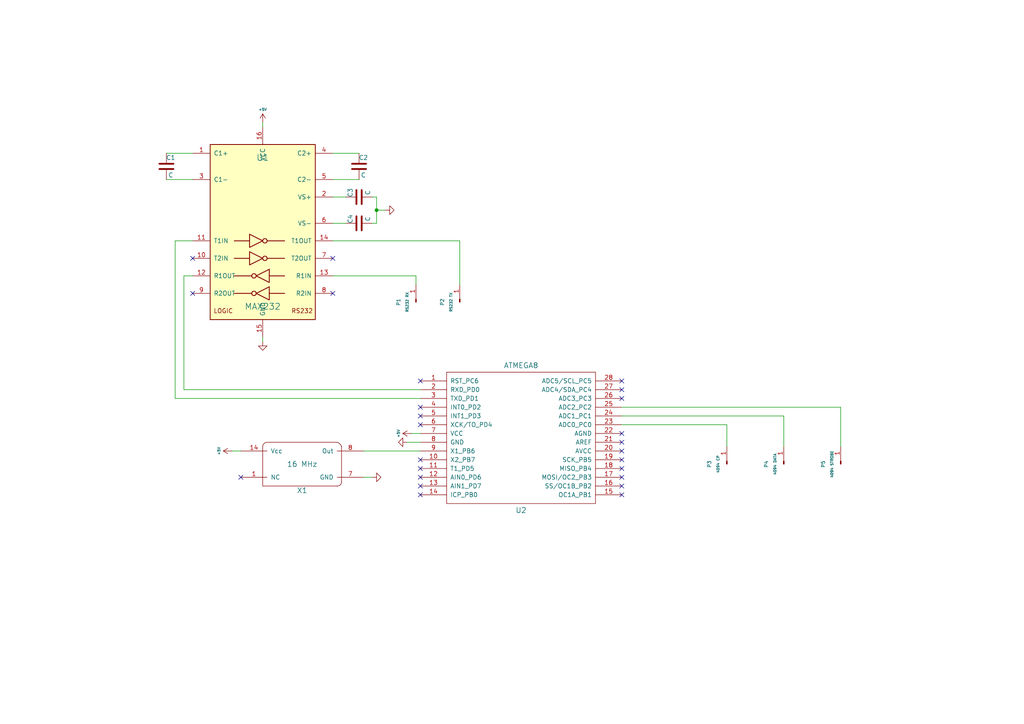
<source format=kicad_sch>
(kicad_sch (version 20211123) (generator eeschema)
  (paper "A4")
  (title_block (title "74HC4094 sniffer") (date "26 jan 2010") (rev "1") (company "(C) 2010 Michael Buesch"))
  (lib_symbols
    (symbol "Connector:Conn_01x01_Male" (pin_names (offset 1.016) hide)
      (property "Reference" "J" (at 0 2.54 0))
      (property "Value" "Conn_01x01_Male" (at 0 -2.54 0))
      (symbol "Conn_01x01_Male_1_1"
        (polyline (pts (xy 1.27 0) (xy 0.8636 0)) (stroke (width 0.1524)))
        (rectangle (start 0.8636 0.127) (end 0 -0.127) (stroke (width 0.1524)) (fill (type outline)))
        (pin passive line (at 5.08 0 180) (length 3.81) (name "Pin_1") (number "1"))
      )
    )
    (symbol "Device:C" (pin_numbers hide) (pin_names (offset 0.254))
      (property "Reference" "C" (at 0.635 2.54 0))
      (property "Value" "C" (at 0.635 -2.54 0))
      (symbol "C_0_1"
        (polyline (pts (xy -2.032 -0.762) (xy 2.032 -0.762)) (stroke (width 0.508)))
        (polyline (pts (xy -2.032 0.762) (xy 2.032 0.762)) (stroke (width 0.508)))
      )
      (symbol "C_1_1"
        (pin passive line (at 0 3.81 270) (length 2.794) (name "~") (number "1"))
        (pin passive line (at 0 -3.81 90) (length 2.794) (name "~") (number "2"))
      )
    )
    (symbol "Interface_UART:MAX232" (pin_names (offset 1.016))
      (property "Reference" "U" (at -2.54 28.575 0))
      (property "Value" "MAX232" (at -2.54 26.67 0))
      (symbol "MAX232_0_0"
        (text "LOGIC" (at -11.43 -22.86 0) (effects (font (size 1.27 1.27))))
        (text "RS232" (at 11.43 -22.86 0) (effects (font (size 1.27 1.27))))
      )
      (symbol "MAX232_0_1"
        (rectangle (start -15.24 -25.4) (end 15.24 25.4) (stroke (width 0.254)) (fill (type background)))
        (circle (center -2.54 -17.78) (radius 0.635) (stroke (width 0.254)))
        (circle (center -2.54 -12.7) (radius 0.635) (stroke (width 0.254)))
        (polyline (pts (xy -3.81 -7.62) (xy -8.255 -7.62)) (stroke (width 0.254)))
        (polyline (pts (xy -3.81 -2.54) (xy -8.255 -2.54)) (stroke (width 0.254)))
        (polyline (pts (xy -3.175 -17.78) (xy -8.255 -17.78)) (stroke (width 0.254)))
        (polyline (pts (xy -3.175 -12.7) (xy -8.255 -12.7)) (stroke (width 0.254)))
        (polyline (pts (xy 1.27 -7.62) (xy 6.35 -7.62)) (stroke (width 0.254)))
        (polyline (pts (xy 1.27 -2.54) (xy 6.35 -2.54)) (stroke (width 0.254)))
        (polyline (pts (xy 1.905 -17.78) (xy 6.35 -17.78)) (stroke (width 0.254)))
        (polyline (pts (xy 1.905 -12.7) (xy 6.35 -12.7)) (stroke (width 0.254)))
        (polyline (pts (xy -3.81 -5.715) (xy -3.81 -9.525) (xy 0 -7.62) (xy -3.81 -5.715)) (stroke (width 0.254)))
        (polyline (pts (xy -3.81 -0.635) (xy -3.81 -4.445) (xy 0 -2.54) (xy -3.81 -0.635)) (stroke (width 0.254)))
        (polyline (pts (xy 1.905 -15.875) (xy 1.905 -19.685) (xy -1.905 -17.78) (xy 1.905 -15.875)) (stroke (width 0.254)))
        (polyline (pts (xy 1.905 -10.795) (xy 1.905 -14.605) (xy -1.905 -12.7) (xy 1.905 -10.795)) (stroke (width 0.254)))
        (circle (center 0.635 -7.62) (radius 0.635) (stroke (width 0.254)))
        (circle (center 0.635 -2.54) (radius 0.635) (stroke (width 0.254)))
      )
      (symbol "MAX232_1_1"
        (pin passive line (at -20.32 22.86 0) (length 5.08) (name "C1+") (number "1"))
        (pin input line (at -20.32 -7.62 0) (length 5.08) (name "T2IN") (number "10"))
        (pin input line (at -20.32 -2.54 0) (length 5.08) (name "T1IN") (number "11"))
        (pin output line (at -20.32 -12.7 0) (length 5.08) (name "R1OUT") (number "12"))
        (pin input line (at 20.32 -12.7 180) (length 5.08) (name "R1IN") (number "13"))
        (pin output line (at 20.32 -2.54 180) (length 5.08) (name "T1OUT") (number "14"))
        (pin power_in line (at 0 -30.48 90) (length 5.08) (name "GND") (number "15"))
        (pin power_in line (at 0 30.48 270) (length 5.08) (name "VCC") (number "16"))
        (pin power_out line (at 20.32 10.16 180) (length 5.08) (name "VS+") (number "2"))
        (pin passive line (at -20.32 15.24 0) (length 5.08) (name "C1-") (number "3"))
        (pin passive line (at 20.32 22.86 180) (length 5.08) (name "C2+") (number "4"))
        (pin passive line (at 20.32 15.24 180) (length 5.08) (name "C2-") (number "5"))
        (pin power_out line (at 20.32 2.54 180) (length 5.08) (name "VS-") (number "6"))
        (pin output line (at 20.32 -7.62 180) (length 5.08) (name "T2OUT") (number "7"))
        (pin input line (at 20.32 -17.78 180) (length 5.08) (name "R2IN") (number "8"))
        (pin output line (at -20.32 -17.78 0) (length 5.08) (name "R2OUT") (number "9"))
      )
    )
    (symbol "atmega8:ATMEGA8" (pin_names (offset 1.016))
      (property "Reference" "U" (at 0 -21.0058 0))
      (property "Value" "ATMEGA8" (at 0 21.0058 0))
      (symbol "ATMEGA8_0_1"
        (rectangle (start -21.59 19.05) (end 21.59 -19.05))
      )
      (symbol "ATMEGA8_1_1"
        (pin unspecified line (at -29.21 16.51 0) (length 7.62) (name "RST_PC6") (number "1"))
        (pin unspecified line (at -29.21 -6.35 0) (length 7.62) (name "X2_PB7") (number "10"))
        (pin unspecified line (at -29.21 -8.89 0) (length 7.62) (name "T1_PD5") (number "11"))
        (pin unspecified line (at -29.21 -11.43 0) (length 7.62) (name "AIN0_PD6") (number "12"))
        (pin unspecified line (at -29.21 -13.97 0) (length 7.62) (name "AIN1_PD7") (number "13"))
        (pin unspecified line (at -29.21 -16.51 0) (length 7.62) (name "ICP_PB0") (number "14"))
        (pin unspecified line (at 29.21 -16.51 180) (length 7.62) (name "OC1A_PB1") (number "15"))
        (pin unspecified line (at 29.21 -13.97 180) (length 7.62) (name "SS/OC1B_PB2") (number "16"))
        (pin unspecified line (at 29.21 -11.43 180) (length 7.62) (name "MOSI/OC2_PB3") (number "17"))
        (pin unspecified line (at 29.21 -8.89 180) (length 7.62) (name "MISO_PB4") (number "18"))
        (pin unspecified line (at 29.21 -6.35 180) (length 7.62) (name "SCK_PB5") (number "19"))
        (pin unspecified line (at -29.21 13.97 0) (length 7.62) (name "RXD_PD0") (number "2"))
        (pin unspecified line (at 29.21 -3.81 180) (length 7.62) (name "AVCC") (number "20"))
        (pin unspecified line (at 29.21 -1.27 180) (length 7.62) (name "AREF") (number "21"))
        (pin unspecified line (at 29.21 1.27 180) (length 7.62) (name "AGND") (number "22"))
        (pin unspecified line (at 29.21 3.81 180) (length 7.62) (name "ADC0_PC0") (number "23"))
        (pin unspecified line (at 29.21 6.35 180) (length 7.62) (name "ADC1_PC1") (number "24"))
        (pin unspecified line (at 29.21 8.89 180) (length 7.62) (name "ADC2_PC2") (number "25"))
        (pin unspecified line (at 29.21 11.43 180) (length 7.62) (name "ADC3_PC3") (number "26"))
        (pin unspecified line (at 29.21 13.97 180) (length 7.62) (name "ADC4/SDA_PC4") (number "27"))
        (pin unspecified line (at 29.21 16.51 180) (length 7.62) (name "ADC5/SCL_PC5") (number "28"))
        (pin unspecified line (at -29.21 11.43 0) (length 7.62) (name "TXD_PD1") (number "3"))
        (pin unspecified line (at -29.21 8.89 0) (length 7.62) (name "INT0_PD2") (number "4"))
        (pin unspecified line (at -29.21 6.35 0) (length 7.62) (name "INT1_PD3") (number "5"))
        (pin unspecified line (at -29.21 3.81 0) (length 7.62) (name "XCK/TO_PD4") (number "6"))
        (pin unspecified line (at -29.21 1.27 0) (length 7.62) (name "VCC") (number "7"))
        (pin unspecified line (at -29.21 -1.27 0) (length 7.62) (name "GND") (number "8"))
        (pin unspecified line (at -29.21 -3.81 0) (length 7.62) (name "X1_PB6") (number "9"))
      )
    )
    (symbol "crystalosc:CRYSTALOSC" (pin_names (offset 1.016))
      (property "Reference" "X" (at 0 -7.62 0))
      (property "Value" "CRYSTALOSC" (at 0 0 0))
      (symbol "CRYSTALOSC_0_1"
        (arc (start -10.16 6.35) (mid -11.0488 5.9766) (end -11.43 5.08))
        (polyline (pts (xy -10.16 6.35) (xy 10.16 6.35) (xy 10.16 6.35)))
        (polyline (pts (xy 11.43 5.08) (xy 11.43 -5.08) (xy 11.43 -5.08)))
        (polyline (pts (xy -11.43 5.08) (xy -11.43 -6.35) (xy 10.16 -6.35) (xy 10.16 -6.35) (xy 10.16 -6.35)))
        (arc (start 10.16 -6.35) (mid 11.0746 -5.9871) (end 11.43 -5.08))
        (arc (start 11.43 5.08) (mid 10.9449 5.8649) (end 10.16 6.35))
      )
      (symbol "CRYSTALOSC_1_1"
        (pin input line (at -17.78 -3.81 0) (length 7.62) (name "NC") (number "1"))
        (pin input line (at -17.78 3.81 0) (length 7.62) (name "Vcc") (number "14"))
        (pin input line (at 17.78 -3.81 180) (length 7.62) (name "GND") (number "7"))
        (pin input line (at 17.78 3.81 180) (length 7.62) (name "Out") (number "8"))
      )
    )
    (symbol "power:+5V" (power) (pin_names (offset 0))
      (property "Value" "+5V" (at 0 3.556 0))
      (symbol "+5V_0_1"
        (polyline (pts (xy -0.762 1.27) (xy 0 2.54)))
        (polyline (pts (xy 0 0) (xy 0 2.54)))
        (polyline (pts (xy 0 2.54) (xy 0.762 1.27)))
      )
      (symbol "+5V_1_1"
        (pin power_in line (at 0 0 90) (length 0) hide (name "+5V") (number "1"))
      )
    )
    (symbol "power:GND" (power) (pin_names (offset 0))
      (property "Value" "GND" (at 0 -3.81 0))
      (symbol "GND_0_1"
        (polyline (pts (xy 0 0) (xy 0 -1.27) (xy 1.27 -1.27) (xy 0 -2.54) (xy -1.27 -1.27) (xy 0 -1.27)))
      )
      (symbol "GND_1_1"
        (pin power_in line (at 0 0 270) (length 0) hide (name "GND") (number "1"))
      )
    )
  )
  (junction (at 109.22 60.96))
  (no_connect (at 55.88 85.09))
  (no_connect (at 96.52 85.09))
  (no_connect (at 69.85 138.43))
  (no_connect (at 121.92 120.65))
  (no_connect (at 121.92 123.19))
  (no_connect (at 121.92 133.35))
  (no_connect (at 121.92 135.89))
  (no_connect (at 121.92 138.43))
  (no_connect (at 121.92 140.97))
  (no_connect (at 121.92 143.51))
  (no_connect (at 121.92 110.49))
  (no_connect (at 121.92 118.11))
  (no_connect (at 180.34 110.49))
  (no_connect (at 180.34 113.03))
  (no_connect (at 180.34 115.57))
  (no_connect (at 180.34 125.73))
  (no_connect (at 180.34 128.27))
  (no_connect (at 180.34 130.81))
  (no_connect (at 180.34 133.35))
  (no_connect (at 180.34 135.89))
  (no_connect (at 180.34 138.43))
  (no_connect (at 180.34 140.97))
  (no_connect (at 180.34 143.51))
  (no_connect (at 55.88 74.93))
  (no_connect (at 96.52 74.93))
  (wire (pts (xy 109.22 57.15) (xy 109.22 60.96)))
  (wire (pts (xy 53.34 80.01) (xy 53.34 113.03)))
  (wire (pts (xy 76.2 97.79) (xy 76.2 99.06)))
  (wire (pts (xy 133.35 82.55) (xy 133.35 69.85)))
  (wire (pts (xy 48.26 52.07) (xy 55.88 52.07)))
  (wire (pts (xy 227.33 129.54) (xy 227.33 120.65)))
  (wire (pts (xy 50.8 115.57) (xy 50.8 69.85)))
  (wire (pts (xy 96.52 64.77) (xy 100.33 64.77)))
  (wire (pts (xy 53.34 113.03) (xy 121.92 113.03)))
  (wire (pts (xy 107.95 57.15) (xy 109.22 57.15)))
  (wire (pts (xy 109.22 60.96) (xy 111.76 60.96)))
  (wire (pts (xy 120.65 80.01) (xy 120.65 82.55)))
  (wire (pts (xy 67.31 130.81) (xy 69.85 130.81)))
  (wire (pts (xy 243.84 129.54) (xy 243.84 118.11)))
  (wire (pts (xy 96.52 44.45) (xy 104.14 44.45)))
  (wire (pts (xy 180.34 123.19) (xy 210.82 123.19)))
  (wire (pts (xy 121.92 115.57) (xy 50.8 115.57)))
  (wire (pts (xy 133.35 69.85) (xy 96.52 69.85)))
  (wire (pts (xy 96.52 57.15) (xy 100.33 57.15)))
  (wire (pts (xy 227.33 120.65) (xy 180.34 120.65)))
  (wire (pts (xy 76.2 35.56) (xy 76.2 36.83)))
  (wire (pts (xy 53.34 80.01) (xy 55.88 80.01)))
  (wire (pts (xy 109.22 64.77) (xy 107.95 64.77)))
  (wire (pts (xy 119.38 125.73) (xy 121.92 125.73)))
  (wire (pts (xy 105.41 138.43) (xy 107.95 138.43)))
  (wire (pts (xy 243.84 118.11) (xy 180.34 118.11)))
  (wire (pts (xy 210.82 123.19) (xy 210.82 129.54)))
  (wire (pts (xy 96.52 52.07) (xy 104.14 52.07)))
  (wire (pts (xy 105.41 130.81) (xy 121.92 130.81)))
  (wire (pts (xy 50.8 69.85) (xy 55.88 69.85)))
  (wire (pts (xy 48.26 44.45) (xy 55.88 44.45)))
  (wire (pts (xy 118.11 128.27) (xy 121.92 128.27)))
  (wire (pts (xy 109.22 60.96) (xy 109.22 64.77)))
  (wire (pts (xy 96.52 80.01) (xy 120.65 80.01)))
  (symbol (lib_id "atmega8:ATMEGA8") (at 151.13 127 0) (unit 1)
    (property "Reference" "U2" (at 151.13 148.0058 0) (effects (font (size 1.524 1.524))))
    (property "Value" "ATMEGA8" (at 151.13 105.9942 0) (effects (font (size 1.524 1.524))))
  )
  (symbol (lib_id "crystalosc:CRYSTALOSC") (at 87.63 134.62 0) (unit 1)
    (property "Reference" "X1" (at 87.63 142.24 0) (effects (font (size 1.524 1.524))))
    (property "Value" "16 MHz" (at 87.63 134.62 0) (effects (font (size 1.524 1.524))))
  )
  (symbol (lib_id "power:+5V") (at 67.31 130.81 90) (unit 1)
    (property "Reference" "#PWR1" (effects hide))
    (property "Value" "+5V" (at 63.5 130.81 0) (effects (font (size 0.762 0.762))))
  )
  (symbol (lib_id "power:+5V") (at 119.38 125.73 90) (unit 1)
    (property "Reference" "#PWR6" (effects hide))
    (property "Value" "+5V" (at 115.57 125.73 0) (effects (font (size 0.762 0.762))))
  )
  (symbol (lib_id "power:GND") (at 118.11 128.27 270) (unit 1)
    (property "Reference" "#PWR5" (effects hide))
    (property "Value" "GND" (effects hide))
  )
  (symbol (lib_id "power:GND") (at 107.95 138.43 90) (unit 1)
    (property "Reference" "#PWR4" (effects hide))
    (property "Value" "GND" (effects hide))
  )
  (symbol (lib_id "Connector:Conn_01x01_Male") (at 210.82 134.62 90) (unit 1)
    (property "Reference" "P3" (at 205.74 134.62 0) (effects (font (size 1.016 1.016))))
    (property "Value" "4094 CP" (at 208.28 134.62 0) (effects (font (size 0.762 0.762))))
  )
  (symbol (lib_id "Connector:Conn_01x01_Male") (at 227.33 134.62 90) (unit 1)
    (property "Reference" "P4" (at 222.25 134.62 0) (effects (font (size 1.016 1.016))))
    (property "Value" "4094 DATA" (at 224.79 134.62 0) (effects (font (size 0.762 0.762))))
  )
  (symbol (lib_id "Connector:Conn_01x01_Male") (at 243.84 134.62 90) (unit 1)
    (property "Reference" "P5" (at 238.76 134.62 0) (effects (font (size 1.016 1.016))))
    (property "Value" "4094 STROBE" (at 241.3 134.62 0) (effects (font (size 0.762 0.762))))
  )
  (symbol (lib_id "Interface_UART:MAX232") (at 76.2 67.31 0) (unit 1)
    (property "Reference" "U1" (at 76.2 45.72 0) (effects (font (size 1.778 1.778))))
    (property "Value" "MAX232" (at 76.2 88.9 0) (effects (font (size 1.778 1.778))))
    (property "Datasheet" "http://www.ti.com/lit/ds/symlink/max232.pdf" (effects hide))
  )
  (symbol (lib_id "Device:C") (at 48.26 48.26 0) (unit 1)
    (property "Reference" "C1" (at 49.53 45.72 0))
    (property "Value" "C" (at 49.53 50.8 0))
  )
  (symbol (lib_id "Device:C") (at 104.14 48.26 0) (unit 1)
    (property "Reference" "C2" (at 105.41 45.72 0))
    (property "Value" "C" (at 105.41 50.8 0))
  )
  (symbol (lib_id "Device:C") (at 104.14 57.15 90) (unit 1)
    (property "Reference" "C3" (at 101.6 55.88 0))
    (property "Value" "C" (at 106.68 55.88 0))
  )
  (symbol (lib_id "Device:C") (at 104.14 64.77 90) (unit 1)
    (property "Reference" "C4" (at 101.6 63.5 0))
    (property "Value" "C" (at 106.68 63.5 0))
  )
  (symbol (lib_id "power:GND") (at 111.76 60.96 90) (unit 1)
    (property "Reference" "#PWR3" (effects hide))
    (property "Value" "GND" (effects hide))
  )
  (symbol (lib_id "power:+5V") (at 76.2 35.56 0) (unit 1)
    (property "Reference" "#PWR2" (effects hide))
    (property "Value" "+5V" (at 76.2 31.75 0) (effects (font (size 0.762 0.762))))
  )
  (symbol (lib_id "Connector:Conn_01x01_Male") (at 133.35 87.63 90) (unit 1)
    (property "Reference" "P2" (at 128.27 87.63 0) (effects (font (size 1.016 1.016))))
    (property "Value" "RS232 TX" (at 130.81 87.63 0) (effects (font (size 0.762 0.762))))
  )
  (symbol (lib_id "Connector:Conn_01x01_Male") (at 120.65 87.63 90) (unit 1)
    (property "Reference" "P1" (at 115.57 87.63 0) (effects (font (size 1.016 1.016))))
    (property "Value" "RS232 RX" (at 118.11 87.63 0) (effects (font (size 0.762 0.762))))
  )
  (symbol (lib_id "power:GND") (at 76.2 99.06 0) (unit 1)
    (property "Reference" "#PWR?" (effects hide))
    (property "Value" "GND" (effects hide))
  )
)
</source>
